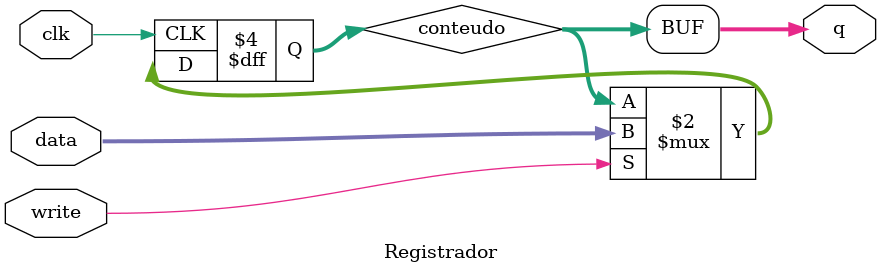
<source format=v>
module Registrador (clk, write, data, q);

input [15:0] data;
input clk, write;
output [15:0] q;

reg [15:0] conteudo;

always @ (posedge clk) begin
	if (write) begin // escreve com enable
		conteudo <= data;
	end
end

assign q = conteudo;

endmodule

</source>
